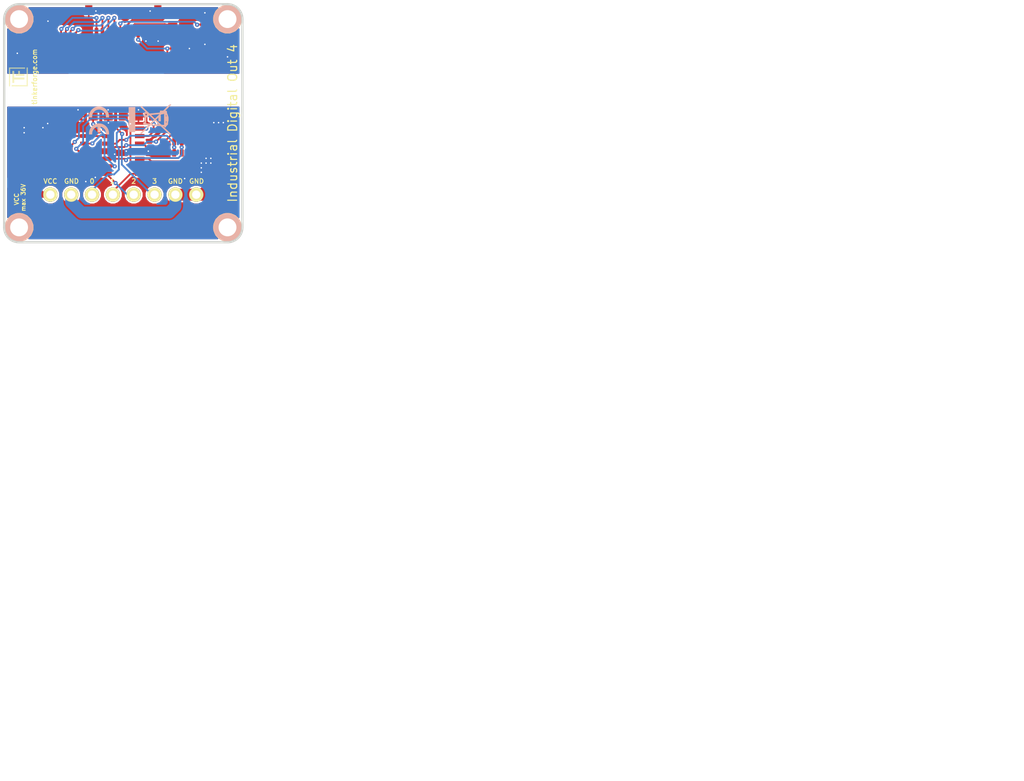
<source format=kicad_pcb>
(kicad_pcb (version 4) (host pcbnew 4.0.2+dfsg1-stable)
  (title_block (date "14 jan 2013"))
  (layers (0 Front signal) (31 Back signal hide) (34 B.Paste user) (35 F.Paste user) (36 B.SilkS user) (37 F.SilkS user) (38 B.Mask user) (39 F.Mask user) (44 Edge.Cuts user))
  (net 0 "")
  (net 1 3V3)
  (net 2 AGND)
  (net 3 GND)
  (net 4 OUTPUT1)
  (net 5 OUTPUT2)
  (net 6 OUTPUT3)
  (net 7 OUTPUT4)
  (net 8 VPP)
  (net 9 "Net-(D1-Pad2)")
  (net 10 "Net-(P1-Pad1)")
  (net 11 "Net-(P1-Pad4)")
  (net 12 "Net-(P1-Pad5)")
  (net 13 "Net-(P1-Pad6)")
  (net 14 "Net-(P2-Pad2)")
  (net 15 "Net-(P2-Pad3)")
  (net 16 "Net-(P2-Pad4)")
  (net 17 "Net-(P2-Pad5)")
  (net 18 "Net-(P2-Pad6)")
  (net 19 "Net-(RP1-Pad5)")
  (net 20 "Net-(RP1-Pad6)")
  (net 21 "Net-(RP1-Pad7)")
  (net 22 "Net-(RP1-Pad8)")
  (net 23 "Net-(RP2-Pad1)")
  (net 24 "Net-(RP2-Pad2)")
  (net 25 "Net-(RP2-Pad3)")
  (net 26 "Net-(RP2-Pad4)")
  (net 27 "Net-(RP3-Pad1)")
  (net 28 "Net-(RP3-Pad2)")
  (net 29 "Net-(RP3-Pad3)")
  (net 30 "Net-(RP3-Pad4)")
  (net 31 "Net-(U1-Pad7)")
  (module kicad-libraries:SOIC8 (layer Front) (at 128.80086 42.1005 90)
    (fp_text reference U1)
    (fp_text value M24C64)
    (pad 1 smd rect (at -1.90246 2.69748 270) (size 0.59944 1.5494) (layers Front F.Paste F.Mask) (net 3 GND))
    (pad 2 smd rect (at -0.63246 2.69748 270) (size 0.59944 1.5494) (layers Front F.Paste F.Mask) (net 3 GND))
    (pad 3 smd rect (at 0.63246 2.69748 270) (size 0.59944 1.5494) (layers Front F.Paste F.Mask) (net 13 "Net-(P1-Pad6)"))
    (pad 4 smd rect (at 1.90246 2.69748 270) (size 0.59944 1.5494) (layers Front F.Paste F.Mask) (net 3 GND))
    (pad 5 smd rect (at 1.90246 -2.69748 90) (size 0.59944 1.5494) (layers Front F.Paste F.Mask) (net 12 "Net-(P1-Pad5)"))
    (pad 6 smd rect (at 0.63246 -2.69748 90) (size 0.59944 1.5494) (layers Front F.Paste F.Mask) (net 11 "Net-(P1-Pad4)"))
    (pad 7 smd rect (at -0.63246 -2.69748 90) (size 0.59944 1.5494) (layers Front F.Paste F.Mask) (net 31 "Net-(U1-Pad7)"))
    (pad 8 smd rect (at -1.90246 -2.69748 90) (size 0.59944 1.5494) (layers Front F.Paste F.Mask) (net 1 3V3))
  )
  (module kicad-libraries:OQ_8P (layer Front) (at 117.80012 70.05066)
    (fp_text reference P2)
    (fp_text value "Digital Output")
    (pad 2 thru_hole circle (at -8.7503 0) (size 2.4003 2.4003) (drill 1.39954) (layers *.Cu *.Mask F.SilkS) (net 14 "Net-(P2-Pad2)"))
    (pad 3 thru_hole circle (at -5.25018 0) (size 2.4003 2.4003) (drill 1.39954) (layers *.Cu *.Mask F.SilkS) (net 15 "Net-(P2-Pad3)"))
    (pad 4 thru_hole circle (at -1.75006 0) (size 2.4003 2.4003) (drill 1.39954) (layers *.Cu *.Mask F.SilkS) (net 16 "Net-(P2-Pad4)"))
    (pad 1 thru_hole circle (at -12.25042 0) (size 2.4003 2.4003) (drill 1.39954) (layers *.Cu *.Mask F.SilkS) (net 8 VPP))
    (pad 5 thru_hole circle (at 1.75006 0) (size 2.4003 2.4003) (drill 1.39954) (layers *.Cu *.Mask F.SilkS) (net 17 "Net-(P2-Pad5)"))
    (pad 6 thru_hole circle (at 5.25018 0) (size 2.4003 2.4003) (drill 1.39954) (layers *.Cu *.Mask F.SilkS) (net 18 "Net-(P2-Pad6)"))
    (pad 7 thru_hole circle (at 8.7503 0) (size 2.4003 2.4003) (drill 1.39954) (layers *.Cu *.Mask F.SilkS) (net 14 "Net-(P2-Pad2)"))
    (pad 8 thru_hole circle (at 12.25042 0) (size 2.4003 2.4003) (drill 1.39954) (layers *.Cu *.Mask F.SilkS) (net 14 "Net-(P2-Pad2)"))
  )
  (module kicad-libraries:OPTO-SMD16 (layer Front) (at 114.00028 52.44846 180)
    (fp_text reference U2)
    (fp_text value LTV846S)
    (pad 1 smd rect (at -8.88746 4.49834) (size 1.4986 1.29794) (layers Front F.Paste F.Mask) (net 1 3V3))
    (pad 2 smd rect (at -6.34746 4.49834) (size 1.4986 1.29794) (layers Front F.Paste F.Mask) (net 22 "Net-(RP1-Pad8)"))
    (pad 3 smd rect (at -3.80746 4.49834) (size 1.4986 1.29794) (layers Front F.Paste F.Mask) (net 1 3V3))
    (pad 4 smd rect (at -1.26746 4.49834) (size 1.4986 1.29794) (layers Front F.Paste F.Mask) (net 21 "Net-(RP1-Pad7)"))
    (pad 5 smd rect (at 1.26746 4.49834) (size 1.4986 1.29794) (layers Front F.Paste F.Mask) (net 1 3V3))
    (pad 6 smd rect (at 3.80746 4.49834) (size 1.4986 1.29794) (layers Front F.Paste F.Mask) (net 20 "Net-(RP1-Pad6)"))
    (pad 7 smd rect (at 6.34746 4.49834) (size 1.4986 1.29794) (layers Front F.Paste F.Mask) (net 1 3V3))
    (pad 8 smd rect (at 8.88746 4.49834) (size 1.4986 1.29794) (layers Front F.Paste F.Mask) (net 19 "Net-(RP1-Pad5)"))
    (pad 9 smd rect (at 8.88746 -4.49834 180) (size 1.4986 1.29794) (layers Front F.Paste F.Mask) (net 2 AGND))
    (pad 10 smd rect (at 6.34746 -4.49834 180) (size 1.4986 1.29794) (layers Front F.Paste F.Mask) (net 26 "Net-(RP2-Pad4)"))
    (pad 11 smd rect (at 3.80746 -4.49834 180) (size 1.4986 1.29794) (layers Front F.Paste F.Mask) (net 2 AGND))
    (pad 12 smd rect (at 1.26746 -4.49834 180) (size 1.4986 1.29794) (layers Front F.Paste F.Mask) (net 25 "Net-(RP2-Pad3)"))
    (pad 13 smd rect (at -1.26746 -4.49834 180) (size 1.4986 1.29794) (layers Front F.Paste F.Mask) (net 2 AGND))
    (pad 14 smd rect (at -3.80746 -4.49834 180) (size 1.4986 1.29794) (layers Front F.Paste F.Mask) (net 24 "Net-(RP2-Pad2)"))
    (pad 15 smd rect (at -6.34746 -4.49834 180) (size 1.4986 1.29794) (layers Front F.Paste F.Mask) (net 2 AGND))
    (pad 16 smd rect (at -8.88746 -4.49834 180) (size 1.4986 1.29794) (layers Front F.Paste F.Mask) (net 23 "Net-(RP2-Pad1)"))
  )
  (module kicad-libraries:CON-SENSOR (layer Front) (at 117.80012 38.0492 180)
    (fp_text reference P1)
    (fp_text value CON-SENSOR)
    (pad 1 smd rect (at -4.50088 -4.7752 180) (size 0.59944 1.5494) (layers Front F.Paste F.Mask) (net 10 "Net-(P1-Pad1)"))
    (pad 2 smd rect (at -3.50012 -4.7752 180) (size 0.59944 1.5494) (layers Front F.Paste F.Mask) (net 3 GND))
    (pad 3 smd rect (at -2.49936 -4.7752 180) (size 0.59944 1.5494) (layers Front F.Paste F.Mask) (net 1 3V3))
    (pad 4 smd rect (at -1.50114 -4.7752 180) (size 0.59944 1.5494) (layers Front F.Paste F.Mask) (net 11 "Net-(P1-Pad4)"))
    (pad 5 smd rect (at -0.50038 -4.7752 180) (size 0.59944 1.5494) (layers Front F.Paste F.Mask) (net 12 "Net-(P1-Pad5)"))
    (pad 6 smd rect (at 0.50038 -4.7752 180) (size 0.59944 1.5494) (layers Front F.Paste F.Mask) (net 13 "Net-(P1-Pad6)"))
    (pad 7 smd rect (at 1.50114 -4.7752 180) (size 0.59944 1.5494) (layers Front F.Paste F.Mask) (net 4 OUTPUT1))
    (pad 8 smd rect (at 2.49936 -4.7752 180) (size 0.59944 1.5494) (layers Front F.Paste F.Mask) (net 5 OUTPUT2))
    (pad 9 smd rect (at 3.50012 -4.7752 180) (size 0.59944 1.5494) (layers Front F.Paste F.Mask) (net 6 OUTPUT3))
    (pad 10 smd rect (at 4.50088 -4.7752 180) (size 0.59944 1.5494) (layers Front F.Paste F.Mask) (net 7 OUTPUT4))
    (pad EP smd rect (at -5.79882 -0.89916 180) (size 1.19888 1.80086) (layers Front F.Paste F.Mask) (net 3 GND))
    (pad EP smd rect (at 5.79882 -0.89916 180) (size 1.19888 1.80086) (layers Front F.Paste F.Mask) (net 3 GND))
  )
  (module kicad-libraries:0603X4 (layer Front) (at 108.54944 44.15028)
    (fp_text reference RP1)
    (fp_text value 1k)
    (pad 1 smd rect (at 1.19888 -0.8509) (size 0.44958 0.89916) (layers Front F.Paste F.Mask) (net 4 OUTPUT1))
    (pad 2 smd rect (at 0.39878 -0.8509) (size 0.44958 0.89916) (layers Front F.Paste F.Mask) (net 5 OUTPUT2))
    (pad 3 smd rect (at -0.39878 -0.8509) (size 0.44958 0.89916) (layers Front F.Paste F.Mask) (net 6 OUTPUT3))
    (pad 4 smd rect (at -1.19888 -0.8509) (size 0.44958 0.89916) (layers Front F.Paste F.Mask) (net 7 OUTPUT4))
    (pad 5 smd rect (at -1.19888 0.8509) (size 0.44958 0.89916) (layers Front F.Paste F.Mask) (net 19 "Net-(RP1-Pad5)"))
    (pad 6 smd rect (at -0.39878 0.8509) (size 0.44958 0.89916) (layers Front F.Paste F.Mask) (net 20 "Net-(RP1-Pad6)"))
    (pad 7 smd rect (at 0.39878 0.8509) (size 0.44958 0.89916) (layers Front F.Paste F.Mask) (net 21 "Net-(RP1-Pad7)"))
    (pad 8 smd rect (at 1.19888 0.8509) (size 0.44958 0.89916) (layers Front F.Paste F.Mask) (net 22 "Net-(RP1-Pad8)"))
  )
  (module kicad-libraries:ELKO_83 (layer Front) (at 102.69982 62.29858 270)
    (fp_text reference C3)
    (fp_text value 68µF/50V)
    (pad 2 smd rect (at -3.50012 0 270) (size 4.0005 1.99898) (layers Front F.Paste F.Mask) (net 2 AGND))
    (pad 1 smd rect (at 3.50012 0 270) (size 4.0005 1.99898) (layers Front F.Paste F.Mask) (net 8 VPP))
  )
  (module kicad-libraries:SOT23GDS (layer Front) (at 133.4008 66.74866)
    (fp_text reference Q1)
    (fp_text value FDN5630)
    (pad S smd rect (at -0.889 -1.016) (size 0.9144 0.9144) (layers Front F.Paste F.Mask) (net 2 AGND))
    (pad G smd rect (at 0.889 -1.016) (size 0.9144 0.9144) (layers Front F.Paste F.Mask) (net 9 "Net-(D1-Pad2)"))
    (pad D smd rect (at 0 1.016) (size 0.9144 0.9144) (layers Front F.Paste F.Mask) (net 14 "Net-(P2-Pad2)"))
  )
  (module kicad-libraries:DRILL_NP (layer Front) (at 135.30072 40.5511)
    (fp_text reference U4 hide)
    (fp_text value DRILL hide)
    (pad "" np_thru_hole circle (at 0 0) (size 2.99974 2.99974) (drill 2.99974) (layers *.Cu *.Mask F.SilkS) (clearance 0.89916))
  )
  (module kicad-libraries:DRILL_NP (layer Front) (at 135.30072 75.54976)
    (fp_text reference U5 hide)
    (fp_text value DRILL hide)
    (pad "" np_thru_hole circle (at 0 0) (size 2.99974 2.99974) (drill 2.99974) (layers *.Cu *.Mask F.SilkS) (clearance 0.89916))
  )
  (module kicad-libraries:DRILL_NP (layer Front) (at 100.29952 75.54976)
    (fp_text reference U6 hide)
    (fp_text value DRILL hide)
    (pad "" np_thru_hole circle (at 0 0) (size 2.99974 2.99974) (drill 2.99974) (layers *.Cu *.Mask F.SilkS) (clearance 0.89916))
  )
  (module kicad-libraries:DRILL_NP (layer Front) (at 100.29952 40.54856)
    (fp_text reference U7 hide)
    (fp_text value DRILL hide)
    (pad "" np_thru_hole circle (at 0 0) (size 2.99974 2.99974) (drill 2.99974) (layers *.Cu *.Mask F.SilkS) (clearance 0.89916))
  )
  (module kicad-libraries:MiniMelf (layer Front) (at 133.79958 60.84824 90)
    (fp_text reference D1)
    (fp_text value Z12V)
    (pad 2 smd rect (at -1.69926 0 90) (size 1.19888 1.6002) (layers Front F.Paste F.Mask) (net 9 "Net-(D1-Pad2)"))
    (pad 1 smd rect (at 1.69926 0 90) (size 1.19888 1.6002) (layers Front F.Paste F.Mask) (net 2 AGND))
  )
  (module kicad-libraries:Fiducial_Mark (layer Front) (at 99.3013 68.04914)
    (fp_text reference Fiducial_Mark hide)
    (fp_text value VAL** hide)
    (pad 1 smd circle (at 0 0) (size 1.00076 1.00076) (layers Front F.Paste F.Mask) (clearance 0.65024))
  )
  (module kicad-libraries:Fiducial_Mark (layer Front) (at 133.79958 44.04868)
    (fp_text reference Fiducial_Mark hide)
    (fp_text value VAL** hide)
    (pad 1 smd circle (at 0 0) (size 1.00076 1.00076) (layers Front F.Paste F.Mask) (clearance 0.65024))
  )
  (module kicad-libraries:Logo_31x31 (layer Front) (at 98.60026 51.84902 90)
    (fp_text reference G*** hide)
    (fp_text value Logo_31x31 hide)
  )
  (module kicad-libraries:WEEE_7mm (layer Back) (at 122.275 57.425 90)
    (fp_text reference VAL hide)
    (fp_text value WEEE_7mm hide)
  )
  (module kicad-libraries:CE_5mm (layer Back) (at 113.725 57.625 270)
    (fp_text reference VAL hide)
    (fp_text value CE_5mm hide)
  )
  (module kicad-libraries:C0603 (layer Front) (at 126.90094 45.49902)
    (fp_text reference C1)
    (fp_text value 100nF)
    (pad 1 smd rect (at -0.8001 0) (size 0.8001 0.8001) (layers Front F.Paste F.Mask) (net 1 3V3))
    (pad 2 smd rect (at 0.8001 0) (size 0.8001 0.8001) (layers Front F.Paste F.Mask) (net 3 GND))
  )
  (module kicad-libraries:C0805 (layer Front) (at 113.05032 65.19926 270)
    (fp_text reference C2)
    (fp_text value 100nF)
    (pad 1 smd rect (at -1.00076 0 270) (size 1.00076 1.24968) (layers Front F.Paste F.Mask) (net 8 VPP) (clearance 0.14986))
    (pad 2 smd rect (at 1.00076 0 270) (size 1.00076 1.24968) (layers Front F.Paste F.Mask) (net 2 AGND) (clearance 0.14986))
  )
  (module kicad-libraries:R0603 (layer Front) (at 131.89966 61.74994 270)
    (fp_text reference R1)
    (fp_text value 100k)
    (pad 1 smd rect (at -0.8001 0 270) (size 0.8001 0.8001) (layers Front F.Paste F.Mask) (net 8 VPP))
    (pad 2 smd rect (at 0.8001 0 270) (size 0.8001 0.8001) (layers Front F.Paste F.Mask) (net 9 "Net-(D1-Pad2)"))
  )
  (module kicad-libraries:1206X4 (layer Front) (at 128.24968 64.64808)
    (fp_text reference RP4)
    (fp_text value 10k)
    (pad 1 smd rect (at -1.90246 1.59766 180) (size 0.6477 1.19888) (layers Front F.Paste F.Mask) (net 2 AGND))
    (pad 2 smd rect (at -0.63246 1.59766 180) (size 0.6477 1.19888) (layers Front F.Paste F.Mask) (net 2 AGND))
    (pad 3 smd rect (at 0.63246 1.59766 180) (size 0.6477 1.19888) (layers Front F.Paste F.Mask) (net 2 AGND))
    (pad 4 smd rect (at 1.90246 1.59766 180) (size 0.6477 1.19888) (layers Front F.Paste F.Mask) (net 2 AGND))
    (pad 5 smd rect (at 1.90246 -1.59766) (size 0.6477 1.19888) (layers Front F.Paste F.Mask) (net 30 "Net-(RP3-Pad4)"))
    (pad 6 smd rect (at 0.63246 -1.59766) (size 0.6477 1.19888) (layers Front F.Paste F.Mask) (net 29 "Net-(RP3-Pad3)"))
    (pad 7 smd rect (at -0.63246 -1.59766) (size 0.6477 1.19888) (layers Front F.Paste F.Mask) (net 28 "Net-(RP3-Pad2)"))
    (pad 8 smd rect (at -1.90246 -1.59766) (size 0.6477 1.19888) (layers Front F.Paste F.Mask) (net 27 "Net-(RP3-Pad1)"))
  )
  (module kicad-libraries:1206X4 (layer Front) (at 128.24968 59.5503)
    (fp_text reference RP3)
    (fp_text value 10k)
    (pad 1 smd rect (at -1.90246 1.59766 180) (size 0.6477 1.19888) (layers Front F.Paste F.Mask) (net 27 "Net-(RP3-Pad1)"))
    (pad 2 smd rect (at -0.63246 1.59766 180) (size 0.6477 1.19888) (layers Front F.Paste F.Mask) (net 28 "Net-(RP3-Pad2)"))
    (pad 3 smd rect (at 0.63246 1.59766 180) (size 0.6477 1.19888) (layers Front F.Paste F.Mask) (net 29 "Net-(RP3-Pad3)"))
    (pad 4 smd rect (at 1.90246 1.59766 180) (size 0.6477 1.19888) (layers Front F.Paste F.Mask) (net 30 "Net-(RP3-Pad4)"))
    (pad 5 smd rect (at 1.90246 -1.59766) (size 0.6477 1.19888) (layers Front F.Paste F.Mask) (net 8 VPP))
    (pad 6 smd rect (at 0.63246 -1.59766) (size 0.6477 1.19888) (layers Front F.Paste F.Mask) (net 8 VPP))
    (pad 7 smd rect (at -0.63246 -1.59766) (size 0.6477 1.19888) (layers Front F.Paste F.Mask) (net 8 VPP))
    (pad 8 smd rect (at -1.90246 -1.59766) (size 0.6477 1.19888) (layers Front F.Paste F.Mask) (net 8 VPP))
  )
  (module kicad-libraries:1206X4 (layer Front) (at 109.5502 62.09792 90)
    (fp_text reference RP2)
    (fp_text value 12k)
    (pad 1 smd rect (at -1.90246 1.59766 270) (size 0.6477 1.19888) (layers Front F.Paste F.Mask) (net 23 "Net-(RP2-Pad1)"))
    (pad 2 smd rect (at -0.63246 1.59766 270) (size 0.6477 1.19888) (layers Front F.Paste F.Mask) (net 24 "Net-(RP2-Pad2)"))
    (pad 3 smd rect (at 0.63246 1.59766 270) (size 0.6477 1.19888) (layers Front F.Paste F.Mask) (net 25 "Net-(RP2-Pad3)"))
    (pad 4 smd rect (at 1.90246 1.59766 270) (size 0.6477 1.19888) (layers Front F.Paste F.Mask) (net 26 "Net-(RP2-Pad4)"))
    (pad 5 smd rect (at 1.90246 -1.59766 90) (size 0.6477 1.19888) (layers Front F.Paste F.Mask) (net 8 VPP))
    (pad 6 smd rect (at 0.63246 -1.59766 90) (size 0.6477 1.19888) (layers Front F.Paste F.Mask) (net 8 VPP))
    (pad 7 smd rect (at -0.63246 -1.59766 90) (size 0.6477 1.19888) (layers Front F.Paste F.Mask) (net 8 VPP))
    (pad 8 smd rect (at -1.90246 -1.59766 90) (size 0.6477 1.19888) (layers Front F.Paste F.Mask) (net 8 VPP))
  )
  (module kicad-libraries:SOP14 (layer Front) (at 117.80012 62.74816 270)
    (fp_text reference U3)
    (fp_text value OPA4171AIDR)
    (pad 1 smd rect (at -3.80746 2.74828 90) (size 0.6985 1.59766) (layers Front F.Paste F.Mask) (net 18 "Net-(P2-Pad6)"))
    (pad 2 smd rect (at -2.53746 2.74828 90) (size 0.6985 1.59766) (layers Front F.Paste F.Mask) (net 26 "Net-(RP2-Pad4)"))
    (pad 3 smd rect (at -1.26746 2.74828 90) (size 0.6985 1.59766) (layers Front F.Paste F.Mask) (net 27 "Net-(RP3-Pad1)"))
    (pad 4 smd rect (at 0 2.74828 90) (size 0.6985 1.59766) (layers Front F.Paste F.Mask) (net 8 VPP))
    (pad 5 smd rect (at 1.26746 2.74828 90) (size 0.6985 1.59766) (layers Front F.Paste F.Mask) (net 28 "Net-(RP3-Pad2)"))
    (pad 6 smd rect (at 2.53746 2.74828 90) (size 0.6985 1.59766) (layers Front F.Paste F.Mask) (net 25 "Net-(RP2-Pad3)"))
    (pad 7 smd rect (at 3.80746 2.74828 90) (size 0.6985 1.59766) (layers Front F.Paste F.Mask) (net 17 "Net-(P2-Pad5)"))
    (pad 8 smd rect (at 3.80746 -2.74828 270) (size 0.6985 1.59766) (layers Front F.Paste F.Mask) (net 16 "Net-(P2-Pad4)"))
    (pad 9 smd rect (at 2.53746 -2.74828 270) (size 0.6985 1.59766) (layers Front F.Paste F.Mask) (net 24 "Net-(RP2-Pad2)"))
    (pad 10 smd rect (at 1.26746 -2.74828 270) (size 0.6985 1.59766) (layers Front F.Paste F.Mask) (net 29 "Net-(RP3-Pad3)"))
    (pad 11 smd rect (at 0 -2.74828 270) (size 0.6985 1.59766) (layers Front F.Paste F.Mask) (net 2 AGND))
    (pad 12 smd rect (at -1.26746 -2.74828 270) (size 0.6985 1.59766) (layers Front F.Paste F.Mask) (net 30 "Net-(RP3-Pad4)"))
    (pad 13 smd rect (at -2.53746 -2.74828 270) (size 0.6985 1.59766) (layers Front F.Paste F.Mask) (net 23 "Net-(RP2-Pad1)"))
    (pad 14 smd rect (at -3.80746 -2.74828 270) (size 0.6985 1.59766) (layers Front F.Paste F.Mask) (net 15 "Net-(P2-Pad3)"))
  )
  (gr_text "VCC \nmax 36V" (at 100.44938 70.5485 90) (layer F.SilkS) (effects (font (size 0.70104 0.70104) (thickness 0.14986))))
  (gr_text GND (at 130.10134 67.80022) (layer F.SilkS) (effects (font (size 0.8001 0.8001) (thickness 0.14986))))
  (gr_text GND (at 126.55042 67.80022) (layer F.SilkS) (effects (font (size 0.8001 0.8001) (thickness 0.14986))))
  (gr_text 3 (at 123.0503 67.80022) (layer F.SilkS) (effects (font (size 0.8001 0.8001) (thickness 0.14986))))
  (gr_text 2 (at 119.55018 67.80022) (layer F.SilkS) (effects (font (size 0.8001 0.8001) (thickness 0.14986))))
  (gr_text 1 (at 115.951 67.80022) (layer F.SilkS) (effects (font (size 0.8001 0.8001) (thickness 0.14986))))
  (gr_text 0 (at 112.54994 67.80022) (layer F.SilkS) (effects (font (size 0.8001 0.8001) (thickness 0.14986))))
  (gr_text GND (at 109.10062 67.80022) (layer F.SilkS) (effects (font (size 0.8001 0.8001) (thickness 0.14986))))
  (gr_text VCC (at 105.5497 67.80022) (layer F.SilkS) (effects (font (size 0.8001 0.8001) (thickness 0.14986))))
  (gr_text tinkerforge.com (at 102.90048 50.24882 90) (layer F.SilkS) (effects (font (size 0.8001 0.8001) (thickness 0.14986))))
  (gr_text "Industrial Digital Out 4" (at 136.14908 58.04916 90) (layer F.SilkS) (effects (font (size 1.50114 1.50114) (thickness 0.20066))))
  (gr_arc (start 100.29952 40.5511) (end 97.80016 40.5511) (angle 90) (layer Edge.Cuts) (width 0.381))
  (gr_arc (start 100.29952 75.54976) (end 100.29952 78.04912) (angle 90) (layer Edge.Cuts) (width 0.381))
  (gr_arc (start 135.29818 75.54976) (end 137.80008 75.54976) (angle 90) (layer Edge.Cuts) (width 0.381))
  (gr_arc (start 135.29818 40.5511) (end 135.29818 38.0492) (angle 90) (layer Edge.Cuts) (width 0.381))
  (gr_line (start 97.80016 40.5511) (end 97.80016 75.54976) (angle 90) (layer Edge.Cuts) (width 0.381))
  (gr_line (start 135.30072 38.0492) (end 100.29952 38.0492) (angle 90) (layer Edge.Cuts) (width 0.381))
  (gr_line (start 137.80262 75.54976) (end 137.80262 40.5511) (angle 90) (layer Edge.Cuts) (width 0.381))
  (gr_line (start 100.29952 78.04912) (end 135.30072 78.04912) (angle 90) (layer Edge.Cuts) (width 0.381))
  (segment (start 120.29948 44.00042) (end 121.79808 45.49902) (width 0.29972) (layer Back) (net 1))
  (segment (start 120.29948 43.07586) (end 120.29948 44.00042) (width 0.29972) (layer Front) (net 1))
  (segment (start 113.30178 49.29886) (end 112.6998 49.29886) (width 0.29972) (layer Front) (net 1))
  (segment (start 109.00156 49.29886) (end 107.65282 47.95012) (width 0.29972) (layer Front) (net 1))
  (segment (start 117.80774 48.7553) (end 118.3513 49.29886) (width 0.29972) (layer Front) (net 1))
  (segment (start 117.80774 47.95012) (end 117.80774 48.7553) (width 0.29972) (layer Front) (net 1))
  (segment (start 112.6998 49.29886) (end 109.00156 49.29886) (width 0.29972) (layer Front) (net 1))
  (segment (start 126.10338 45.49648) (end 126.10084 45.49902) (width 0.29972) (layer Front) (net 1))
  (segment (start 126.10338 44.00296) (end 126.10338 45.49648) (width 0.29972) (layer Front) (net 1))
  (segment (start 125.19914 45.49902) (end 126.10084 45.49902) (width 0.29972) (layer Front) (net 1))
  (segment (start 121.79808 45.49902) (end 125.19914 45.49902) (width 0.29972) (layer Back) (net 1))
  (segment (start 122.49912 49.29886) (end 118.3513 49.29886) (width 0.29972) (layer Front) (net 1))
  (via (at 125.19914 45.49902) (size 0.70104) (layers Front Back) (net 1))
  (segment (start 112.73282 48.7299) (end 113.30178 49.29886) (width 0.29972) (layer Front) (net 1))
  (segment (start 112.73282 47.95012) (end 112.73282 48.7299) (width 0.29972) (layer Front) (net 1))
  (segment (start 124.20092 49.29886) (end 125.19914 48.30064) (width 0.29972) (layer Front) (net 1))
  (segment (start 125.19914 48.30064) (end 125.19914 45.49902) (width 0.29972) (layer Front) (net 1))
  (segment (start 123.60148 49.29886) (end 124.20092 49.29886) (width 0.29972) (layer Front) (net 1))
  (segment (start 122.49912 49.29886) (end 123.60148 49.29886) (width 0.29972) (layer Front) (net 1))
  (segment (start 122.88774 48.58512) (end 123.60148 49.29886) (width 0.29972) (layer Front) (net 1))
  (segment (start 122.88774 47.95012) (end 122.88774 48.58512) (width 0.29972) (layer Front) (net 1))
  (segment (start 118.3513 49.29886) (end 113.30178 49.29886) (width 0.29972) (layer Front) (net 1))
  (via (at 120.29948 44.00042) (size 0.70104) (layers Front Back) (net 1))
  (segment (start 101.15042 59.64936) (end 101.15042 58.79846) (width 0.29972) (layer Front) (net 2))
  (segment (start 104.30002 58.79846) (end 104.99852 58.09996) (width 0.29972) (layer Back) (net 2))
  (segment (start 104.99852 58.09996) (end 105.10012 58.09996) (width 0.29972) (layer Back) (net 2))
  (segment (start 118.3005 62.74816) (end 122.00128 62.74816) (width 0.29972) (layer Back) (net 2))
  (via (at 116.34978 63.24854) (size 0.70104) (layers Front Back) (net 2))
  (segment (start 133.79958 62.6491) (end 132.4991 63.94958) (width 1.00076) (layer Back) (net 2))
  (segment (start 133.79958 57.9501) (end 133.79958 62.6491) (width 1.00076) (layer Back) (net 2))
  (segment (start 131.6482 55.79872) (end 133.79958 57.9501) (width 1.00076) (layer Back) (net 2))
  (segment (start 133.79958 57.9501) (end 133.79958 58.99912) (width 1.00076) (layer Front) (net 2))
  (via (at 132.99948 57.9501) (size 0.70104) (layers Front Back) (net 2))
  (segment (start 132.99948 57.9501) (end 133.79958 57.9501) (width 1.00076) (layer Front) (net 2))
  (via (at 115.24996 55.79872) (size 0.70104) (layers Front Back) (net 2))
  (segment (start 115.24996 55.79872) (end 115.26774 55.8165) (width 0.29972) (layer Front) (net 2))
  (segment (start 111.50092 67.84848) (end 106.90098 67.84848) (width 0.29972) (layer Back) (net 2))
  (segment (start 106.90098 67.84848) (end 104.30002 65.24752) (width 0.29972) (layer Back) (net 2))
  (segment (start 132.5118 64.76238) (end 132.4991 64.74968) (width 1.00076) (layer Front) (net 2))
  (via (at 130.8989 64.74968) (size 0.70104) (layers Front Back) (net 2))
  (via (at 131.699 63.94958) (size 0.70104) (layers Front Back) (net 2))
  (segment (start 131.699 64.74968) (end 131.699 63.94958) (width 1.00076) (layer Front) (net 2))
  (segment (start 131.699 63.94958) (end 132.4991 63.94958) (width 1.00076) (layer Front) (net 2))
  (via (at 131.699 64.74968) (size 0.70104) (layers Front Back) (net 2))
  (segment (start 130.8989 64.74968) (end 131.699 64.74968) (width 1.00076) (layer Front) (net 2))
  (segment (start 130.8989 65.9511) (end 130.60426 66.24574) (width 1.00076) (layer Front) (net 2))
  (segment (start 126.70028 67.3481) (end 126.34722 66.99504) (width 0.29972) (layer Front) (net 2))
  (segment (start 127.61722 67.33032) (end 127.59944 67.3481) (width 0.29972) (layer Front) (net 2))
  (segment (start 128.88214 66.24574) (end 128.88214 67.36842) (width 0.29972) (layer Front) (net 2))
  (segment (start 129.88036 67.36842) (end 130.15214 67.09664) (width 0.29972) (layer Front) (net 2))
  (segment (start 130.15214 67.09664) (end 130.15214 66.24574) (width 0.29972) (layer Front) (net 2))
  (segment (start 128.88214 67.36842) (end 129.88036 67.36842) (width 0.29972) (layer Front) (net 2))
  (via (at 128.09982 67.3481) (size 0.70104) (layers Front Back) (net 2))
  (via (at 130.8989 66.29908) (size 0.70104) (layers Front Back) (net 2))
  (segment (start 130.8989 66.29908) (end 130.8989 65.9511) (width 0.29972) (layer Front) (net 2))
  (via (at 130.8989 65.54978) (size 0.70104) (layers Front Back) (net 2))
  (segment (start 130.8989 65.54978) (end 130.8989 66.29908) (width 0.29972) (layer Back) (net 2))
  (segment (start 126.34722 66.99504) (end 126.34722 66.24574) (width 0.29972) (layer Front) (net 2))
  (segment (start 127.59944 67.3481) (end 126.70028 67.3481) (width 0.29972) (layer Front) (net 2))
  (segment (start 127.61722 67.33032) (end 127.59944 67.3481) (width 0.29972) (layer Front) (net 2))
  (segment (start 128.86182 67.3481) (end 128.09982 67.3481) (width 0.29972) (layer Front) (net 2))
  (segment (start 128.09982 67.3481) (end 127.59944 67.3481) (width 0.29972) (layer Front) (net 2))
  (segment (start 128.88214 67.36842) (end 128.86182 67.3481) (width 0.29972) (layer Front) (net 2))
  (segment (start 127.61722 66.24574) (end 127.61722 67.33032) (width 0.29972) (layer Front) (net 2))
  (via (at 133.79958 57.9501) (size 0.70104) (layers Front Back) (net 2))
  (segment (start 115.26774 55.8165) (end 115.26774 56.9468) (width 0.29972) (layer Front) (net 2))
  (segment (start 127.61722 66.24574) (end 128.88214 66.24574) (width 0.29972) (layer Front) (net 2))
  (segment (start 110.20044 55.79872) (end 115.24996 55.79872) (width 0.29972) (layer Back) (net 2))
  (via (at 104.30002 58.79846) (size 0.70104) (layers Front Back) (net 2))
  (segment (start 116.34978 63.24854) (end 115.80114 62.6999) (width 0.29972) (layer Back) (net 2))
  (segment (start 116.85016 62.74816) (end 116.34978 63.24854) (width 0.29972) (layer Front) (net 2))
  (via (at 111.50092 67.84848) (size 0.70104) (layers Front Back) (net 2))
  (segment (start 115.80114 58.49874) (end 115.30076 57.99836) (width 0.29972) (layer Back) (net 2))
  (via (at 132.4991 64.74968) (size 0.70104) (layers Front Back) (net 2))
  (via (at 132.4991 63.94958) (size 0.70104) (layers Front Back) (net 2))
  (segment (start 132.4991 63.94958) (end 132.4991 64.74968) (width 1.00076) (layer Front) (net 2))
  (segment (start 120.35028 55.79872) (end 115.24996 55.79872) (width 0.29972) (layer Back) (net 2))
  (via (at 101.15042 59.64936) (size 0.70104) (layers Front Back) (net 2))
  (segment (start 112.19942 67.14998) (end 111.50092 67.84848) (width 1.00076) (layer Front) (net 2))
  (via (at 105.10012 58.09996) (size 0.70104) (layers Front Back) (net 2))
  (segment (start 105.10012 58.09996) (end 105.11282 58.08726) (width 0.29972) (layer Front) (net 2))
  (segment (start 105.11282 58.08726) (end 105.11282 56.9468) (width 0.29972) (layer Front) (net 2))
  (via (at 110.20044 55.79872) (size 0.70104) (layers Front Back) (net 2))
  (segment (start 110.20044 55.79872) (end 107.8992 58.09996) (width 0.29972) (layer Back) (net 2))
  (via (at 115.30076 57.99836) (size 0.70104) (layers Front Back) (net 2))
  (segment (start 101.15042 58.79846) (end 102.69982 58.79846) (width 0.29972) (layer Front) (net 2))
  (segment (start 118.3005 62.74816) (end 116.85016 62.74816) (width 0.29972) (layer Front) (net 2))
  (segment (start 115.26774 57.96534) (end 115.26774 56.9468) (width 0.29972) (layer Front) (net 2))
  (via (at 120.35028 55.79872) (size 0.70104) (layers Front Back) (net 2))
  (segment (start 110.19282 55.80634) (end 110.20044 55.79872) (width 0.29972) (layer Front) (net 2))
  (via (at 122.00128 62.74816) (size 0.70104) (layers Front Back) (net 2))
  (segment (start 113.05032 66.20002) (end 113.05032 67.09918) (width 1.00076) (layer Front) (net 2))
  (segment (start 130.60426 66.24574) (end 130.15214 66.24574) (width 1.00076) (layer Front) (net 2))
  (segment (start 130.8989 65.54978) (end 130.8989 64.74968) (width 1.00076) (layer Front) (net 2))
  (segment (start 129.3495 66.24574) (end 130.15214 66.24574) (width 0.29972) (layer Front) (net 2))
  (segment (start 128.88214 66.24574) (end 129.3495 66.24574) (width 0.29972) (layer Front) (net 2))
  (segment (start 126.34722 66.24574) (end 127.61722 66.24574) (width 0.29972) (layer Front) (net 2))
  (segment (start 120.5484 62.74816) (end 122.00128 62.74816) (width 0.29972) (layer Front) (net 2))
  (segment (start 110.19282 56.9468) (end 110.19282 55.80634) (width 0.29972) (layer Front) (net 2))
  (segment (start 115.30076 57.99836) (end 115.26774 57.96534) (width 0.29972) (layer Front) (net 2))
  (via (at 113.10112 67.14998) (size 0.70104) (layers Front Back) (net 2))
  (segment (start 113.05032 67.09918) (end 113.10112 67.14998) (width 1.00076) (layer Front) (net 2))
  (segment (start 113.10112 67.14998) (end 112.19942 67.14998) (width 1.00076) (layer Front) (net 2))
  (segment (start 104.30002 65.24752) (end 104.30002 58.79846) (width 0.29972) (layer Back) (net 2))
  (via (at 134.59968 57.9501) (size 0.70104) (layers Front Back) (net 2))
  (segment (start 120.34774 55.80126) (end 120.35028 55.79872) (width 0.29972) (layer Front) (net 2))
  (segment (start 120.34774 56.9468) (end 120.34774 55.80126) (width 0.29972) (layer Front) (net 2))
  (segment (start 115.80114 62.6999) (end 115.80114 58.49874) (width 0.29972) (layer Back) (net 2))
  (segment (start 107.8992 58.09996) (end 105.10012 58.09996) (width 0.29972) (layer Back) (net 2))
  (via (at 101.15042 58.79846) (size 0.70104) (layers Front Back) (net 2))
  (segment (start 120.35028 55.79872) (end 131.6482 55.79872) (width 1.00076) (layer Back) (net 2))
  (via (at 118.3005 62.74816) (size 0.70104) (layers Front Back) (net 2))
  (segment (start 132.5118 65.73266) (end 132.5118 64.76238) (width 1.00076) (layer Front) (net 2))
  (segment (start 133.79958 57.9501) (end 134.59968 57.9501) (width 1.00076) (layer Front) (net 2))
  (segment (start 102.69982 58.79846) (end 104.30002 58.79846) (width 0.29972) (layer Front) (net 2))
  (segment (start 131.49834 39.50208) (end 131.49834 40.19804) (width 0.29972) (layer Front) (net 3))
  (segment (start 121.30024 43.94962) (end 121.59996 44.24934) (width 0.29972) (layer Front) (net 3))
  (segment (start 123.59894 39.19982) (end 122.301 39.19982) (width 0.29972) (layer Front) (net 3))
  (segment (start 132.6007 42.40022) (end 132.26796 42.73296) (width 0.29972) (layer Front) (net 3))
  (segment (start 123.64974 44.24934) (end 125.24994 44.24934) (width 0.29972) (layer Back) (net 3))
  (segment (start 132.26796 42.73296) (end 131.49834 42.73296) (width 0.29972) (layer Front) (net 3))
  (segment (start 131.49834 40.19804) (end 131.89966 40.19804) (width 0.29972) (layer Front) (net 3))
  (segment (start 113.20018 39.19982) (end 122.301 39.19982) (width 0.29972) (layer Back) (net 3))
  (via (at 135.30072 46.89856) (size 0.70104) (layers Front Back) (net 3))
  (segment (start 131.50088 44.94784) (end 131.50088 44.80052) (width 0.14986) (layer Front) (net 3))
  (segment (start 128.89992 45.49902) (end 130.80238 45.49902) (width 0.29972) (layer Back) (net 3))
  (via (at 123.64974 44.24934) (size 0.70104) (layers Front Back) (net 3))
  (segment (start 107.10164 38.94836) (end 105.15092 40.89908) (width 0.29972) (layer Front) (net 3))
  (via (at 131.50088 44.80052) (size 0.70104) (layers Front Back) (net 3))
  (segment (start 128.89992 45.49902) (end 127.70104 45.49902) (width 0.29972) (layer Front) (net 3))
  (segment (start 122.301 39.19982) (end 122.60072 39.49954) (width 0.29972) (layer Back) (net 3))
  (via (at 128.89992 45.49902) (size 0.70104) (layers Front Back) (net 3))
  (segment (start 122.60072 39.49954) (end 131.50088 39.49954) (width 0.29972) (layer Back) (net 3))
  (segment (start 133.4516 46.89856) (end 131.50088 44.94784) (width 0.14986) (layer Front) (net 3))
  (segment (start 121.30024 42.8244) (end 121.30024 43.94962) (width 0.29972) (layer Front) (net 3))
  (segment (start 132.6007 40.89908) (end 132.6007 42.40022) (width 0.29972) (layer Front) (net 3))
  (segment (start 112.0013 39.19982) (end 113.20018 39.19982) (width 0.29972) (layer Front) (net 3))
  (via (at 113.20018 39.19982) (size 0.70104) (layers Front Back) (net 3))
  (segment (start 131.50088 39.49954) (end 131.49834 39.50208) (width 0.29972) (layer Front) (net 3))
  (segment (start 131.50088 44.80052) (end 131.49834 44.79798) (width 0.29972) (layer Front) (net 3))
  (segment (start 131.49834 44.79798) (end 131.49834 44.00296) (width 0.29972) (layer Front) (net 3))
  (via (at 99.9998 46.29912) (size 0.70104) (layers Front Back) (net 3))
  (segment (start 105.15092 41.148) (end 99.9998 46.29912) (width 0.29972) (layer Front) (net 3))
  (segment (start 105.15092 40.89908) (end 105.15092 41.148) (width 0.29972) (layer Front) (net 3))
  (segment (start 135.30072 46.89856) (end 133.4516 46.89856) (width 0.14986) (layer Front) (net 3))
  (segment (start 130.80238 45.49902) (end 131.50088 44.80052) (width 0.29972) (layer Back) (net 3))
  (via (at 121.59996 44.24934) (size 0.70104) (layers Front Back) (net 3))
  (via (at 122.301 39.19982) (size 0.70104) (layers Front Back) (net 3))
  (segment (start 126.49962 45.49902) (end 128.89992 45.49902) (width 0.29972) (layer Back) (net 3))
  (segment (start 121.59996 44.24934) (end 123.64974 44.24934) (width 0.29972) (layer Back) (net 3))
  (segment (start 125.24994 44.24934) (end 126.49962 45.49902) (width 0.29972) (layer Back) (net 3))
  (segment (start 131.49834 44.00296) (end 131.49834 42.73296) (width 0.29972) (layer Front) (net 3))
  (segment (start 112.0013 38.94836) (end 107.10164 38.94836) (width 0.29972) (layer Front) (net 3))
  (via (at 105.15092 40.89908) (size 0.70104) (layers Front Back) (net 3))
  (via (at 131.50088 39.49954) (size 0.70104) (layers Front Back) (net 3))
  (segment (start 131.89966 40.19804) (end 132.6007 40.89908) (width 0.29972) (layer Front) (net 3))
  (segment (start 110.25124 42.40022) (end 109.74832 42.90314) (width 0.29972) (layer Front) (net 4))
  (segment (start 110.3503 42.49928) (end 110.25124 42.40022) (width 0.29972) (layer Back) (net 4))
  (via (at 110.25124 42.40022) (size 0.70104) (layers Front Back) (net 4))
  (segment (start 114.1476 42.49928) (end 110.3503 42.49928) (width 0.29972) (layer Back) (net 4))
  (segment (start 116.29898 42.8244) (end 116.29898 40.3479) (width 0.29972) (layer Front) (net 4))
  (via (at 116.29898 40.3479) (size 0.70104) (layers Front Back) (net 4))
  (segment (start 116.29898 40.3479) (end 114.1476 42.49928) (width 0.29972) (layer Back) (net 4))
  (segment (start 109.74832 42.90314) (end 109.74832 43.29938) (width 0.29972) (layer Front) (net 4))
  (via (at 115.30076 40.3479) (size 0.70104) (layers Front Back) (net 5))
  (segment (start 115.30076 40.3479) (end 114.00028 41.64838) (width 0.29972) (layer Back) (net 5))
  (segment (start 109.85246 41.64838) (end 109.30128 42.19956) (width 0.29972) (layer Back) (net 5))
  (via (at 109.30128 42.19956) (size 0.70104) (layers Front Back) (net 5))
  (segment (start 109.30128 42.19956) (end 108.94822 42.55262) (width 0.29972) (layer Front) (net 5))
  (segment (start 108.94822 42.55262) (end 108.94822 43.29938) (width 0.29972) (layer Front) (net 5))
  (segment (start 115.30076 42.8244) (end 115.30076 40.3479) (width 0.29972) (layer Front) (net 5))
  (segment (start 114.00028 41.64838) (end 109.85246 41.64838) (width 0.29972) (layer Back) (net 5))
  (segment (start 108.15066 42.40022) (end 108.15066 43.29938) (width 0.29972) (layer Front) (net 6))
  (segment (start 114.3 40.3479) (end 113.59896 41.04894) (width 0.29972) (layer Back) (net 6))
  (segment (start 113.59896 41.04894) (end 109.50194 41.04894) (width 0.29972) (layer Back) (net 6))
  (segment (start 109.50194 41.04894) (end 108.35132 42.19956) (width 0.29972) (layer Back) (net 6))
  (via (at 108.35132 42.19956) (size 0.70104) (layers Front Back) (net 6))
  (segment (start 114.3 42.8244) (end 114.3 40.3479) (width 0.29972) (layer Front) (net 6))
  (segment (start 108.35132 42.19956) (end 108.15066 42.40022) (width 0.29972) (layer Front) (net 6))
  (via (at 114.3 40.3479) (size 0.70104) (layers Front Back) (net 6))
  (segment (start 109.25302 40.3479) (end 113.29924 40.3479) (width 0.29972) (layer Back) (net 7))
  (segment (start 107.35056 43.29938) (end 107.35056 42.25036) (width 0.29972) (layer Front) (net 7))
  (segment (start 113.29924 40.3479) (end 113.29924 42.8244) (width 0.29972) (layer Front) (net 7))
  (via (at 113.29924 40.3479) (size 0.70104) (layers Front Back) (net 7))
  (segment (start 107.35056 42.25036) (end 107.40136 42.19956) (width 0.29972) (layer Front) (net 7))
  (via (at 107.40136 42.19956) (size 0.70104) (layers Front Back) (net 7))
  (segment (start 107.40136 42.19956) (end 109.25302 40.3479) (width 0.29972) (layer Back) (net 7))
  (segment (start 116.39804 62.04966) (end 117.99824 62.04966) (width 0.29972) (layer Front) (net 8))
  (segment (start 123.29922 61.14796) (end 124.80036 59.64682) (width 0.29972) (layer Front) (net 8))
  (via (at 123.29922 61.14796) (size 0.70104) (layers Front Back) (net 8))
  (segment (start 121.80316 61.14796) (end 123.29922 61.14796) (width 0.29972) (layer Back) (net 8))
  (segment (start 121.20118 61.74994) (end 121.80316 61.14796) (width 0.29972) (layer Back) (net 8))
  (segment (start 118.3005 61.74994) (end 121.20118 61.74994) (width 0.29972) (layer Back) (net 8))
  (via (at 118.3005 61.74994) (size 0.70104) (layers Front Back) (net 8))
  (segment (start 118.29796 61.74994) (end 118.3005 61.74994) (width 0.29972) (layer Front) (net 8))
  (segment (start 115.05184 62.74816) (end 113.90122 62.74816) (width 1.00076) (layer Front) (net 8))
  (segment (start 107.95254 60.19546) (end 107.95254 61.46546) (width 0.50038) (layer Front) (net 8))
  (segment (start 104.20096 70.05066) (end 102.69982 68.54952) (width 1.00076) (layer Front) (net 8))
  (segment (start 102.69982 68.54952) (end 102.69982 65.7987) (width 1.00076) (layer Front) (net 8))
  (segment (start 108.60024 65.14846) (end 107.95 65.7987) (width 1.00076) (layer Front) (net 8))
  (segment (start 107.95 65.7987) (end 102.69982 65.7987) (width 1.00076) (layer Front) (net 8))
  (segment (start 113.00206 64.1985) (end 112.0521 65.14846) (width 1.00076) (layer Front) (net 8))
  (segment (start 112.0521 65.14846) (end 108.60024 65.14846) (width 1.00076) (layer Front) (net 8))
  (segment (start 113.05032 64.1985) (end 113.00206 64.1985) (width 1.00076) (layer Front) (net 8))
  (segment (start 128.88214 57.95264) (end 127.61722 57.95264) (width 0.29972) (layer Front) (net 8))
  (segment (start 127.61722 57.95264) (end 127.40386 57.95264) (width 0.29972) (layer Front) (net 8))
  (segment (start 130.15214 57.95264) (end 129.69494 57.95264) (width 0.29972) (layer Front) (net 8))
  (segment (start 129.69494 57.95264) (end 128.88214 57.95264) (width 0.29972) (layer Front) (net 8))
  (segment (start 130.90398 57.95264) (end 130.15214 57.95264) (width 0.29972) (layer Front) (net 8))
  (segment (start 131.89966 58.94832) (end 130.90398 57.95264) (width 0.29972) (layer Front) (net 8))
  (segment (start 126.5555 57.95264) (end 126.34722 57.95264) (width 0.29972) (layer Front) (net 8))
  (segment (start 127.40386 57.95264) (end 126.5555 57.95264) (width 0.29972) (layer Front) (net 8))
  (segment (start 125.79858 57.95264) (end 126.34722 57.95264) (width 0.29972) (layer Front) (net 8))
  (segment (start 124.80036 58.95086) (end 125.79858 57.95264) (width 0.29972) (layer Front) (net 8))
  (segment (start 124.80036 59.64682) (end 124.80036 58.95086) (width 0.29972) (layer Front) (net 8))
  (segment (start 107.95254 61.46546) (end 107.95254 62.73038) (width 0.50038) (layer Front) (net 8))
  (segment (start 107.95254 62.73038) (end 107.95254 64.00038) (width 0.50038) (layer Front) (net 8))
  (segment (start 107.95254 64.00038) (end 107.95254 64.50076) (width 0.50038) (layer Front) (net 8))
  (segment (start 107.95254 64.50076) (end 108.60024 65.14846) (width 0.50038) (layer Front) (net 8))
  (segment (start 105.5497 70.05066) (end 104.20096 70.05066) (width 1.00076) (layer Front) (net 8))
  (segment (start 113.05032 63.59906) (end 113.05032 64.1985) (width 1.00076) (layer Front) (net 8))
  (segment (start 113.90122 62.74816) (end 113.05032 63.59906) (width 1.00076) (layer Front) (net 8))
  (segment (start 115.69954 62.74816) (end 116.39804 62.04966) (width 0.29972) (layer Front) (net 8))
  (segment (start 131.89966 60.94984) (end 131.89966 58.94832) (width 0.29972) (layer Front) (net 8))
  (segment (start 117.99824 62.04966) (end 118.29796 61.74994) (width 0.29972) (layer Front) (net 8))
  (segment (start 115.05184 62.74816) (end 115.69954 62.74816) (width 0.29972) (layer Front) (net 8))
  (segment (start 133.79958 62.69736) (end 132.04698 62.69736) (width 0.29972) (layer Front) (net 9))
  (segment (start 132.04698 62.69736) (end 131.89966 62.55004) (width 0.29972) (layer Front) (net 9))
  (segment (start 134.2898 65.73266) (end 134.2898 63.18758) (width 0.29972) (layer Front) (net 9))
  (segment (start 134.2898 63.18758) (end 133.79958 62.69736) (width 0.29972) (layer Front) (net 9))
  (segment (start 124.79782 41.39946) (end 124.8664 41.46804) (width 0.29972) (layer Front) (net 11))
  (segment (start 124.8664 41.46804) (end 126.10338 41.46804) (width 0.29972) (layer Front) (net 11))
  (segment (start 119.30126 41.79824) (end 119.70004 41.39946) (width 0.29972) (layer Front) (net 11))
  (segment (start 119.30126 43.07586) (end 119.30126 41.79824) (width 0.29972) (layer Front) (net 11))
  (segment (start 119.70004 41.39946) (end 124.79782 41.39946) (width 0.29972) (layer Front) (net 11))
  (segment (start 119.29872 40.70096) (end 118.3005 41.69918) (width 0.29972) (layer Front) (net 12))
  (segment (start 118.3005 41.69918) (end 118.3005 43.07586) (width 0.29972) (layer Front) (net 12))
  (segment (start 126.10338 40.19804) (end 124.90196 40.19804) (width 0.29972) (layer Front) (net 12))
  (segment (start 124.90196 40.19804) (end 124.39904 40.70096) (width 0.29972) (layer Front) (net 12))
  (segment (start 124.39904 40.70096) (end 119.29872 40.70096) (width 0.29972) (layer Front) (net 12))
  (via (at 130.2004 41.50106) (size 0.70104) (layers Front Back) (net 13))
  (segment (start 117.59946 41.00068) (end 129.70002 41.00068) (width 0.29972) (layer Back) (net 13))
  (segment (start 117.29974 43.07586) (end 117.29974 41.3004) (width 0.29972) (layer Front) (net 13))
  (via (at 117.29974 41.3004) (size 0.70104) (layers Front Back) (net 13))
  (segment (start 129.70002 41.00068) (end 130.2004 41.50106) (width 0.29972) (layer Back) (net 13))
  (segment (start 117.29974 41.3004) (end 117.59946 41.00068) (width 0.29972) (layer Back) (net 13))
  (segment (start 130.23342 41.46804) (end 131.49834 41.46804) (width 0.29972) (layer Front) (net 13))
  (segment (start 130.2004 41.50106) (end 130.23342 41.46804) (width 0.29972) (layer Front) (net 13))
  (segment (start 130.05054 70.05066) (end 131.1148 70.05066) (width 1.99898) (layer Front) (net 14))
  (segment (start 126.55042 70.05066) (end 130.05054 70.05066) (width 1.99898) (layer Front) (net 14))
  (segment (start 131.1148 70.05066) (end 133.4008 67.76466) (width 1.99898) (layer Front) (net 14))
  (segment (start 109.04982 70.05066) (end 109.04982 71.2978) (width 1.99898) (layer Back) (net 14))
  (segment (start 109.04982 71.2978) (end 110.79988 73.04786) (width 1.99898) (layer Back) (net 14))
  (segment (start 126.55042 71.99884) (end 126.55042 70.05066) (width 1.99898) (layer Back) (net 14))
  (segment (start 125.5014 73.04786) (end 126.55042 71.99884) (width 1.99898) (layer Back) (net 14))
  (segment (start 110.79988 73.04786) (end 125.5014 73.04786) (width 1.99898) (layer Back) (net 14))
  (segment (start 112.54994 70.05066) (end 112.54994 69.34708) (width 0.29972) (layer Back) (net 15))
  (segment (start 121.65076 58.94832) (end 121.64314 58.9407) (width 0.29972) (layer Front) (net 15))
  (segment (start 112.54994 69.34708) (end 115.24742 66.6496) (width 0.29972) (layer Back) (net 15))
  (segment (start 121.64314 58.9407) (end 120.5484 58.9407) (width 0.29972) (layer Front) (net 15))
  (segment (start 116.7003 59.69762) (end 117.4496 58.94832) (width 0.29972) (layer Back) (net 15))
  (segment (start 117.4496 58.94832) (end 121.65076 58.94832) (width 0.29972) (layer Back) (net 15))
  (segment (start 115.24742 66.6496) (end 116.24818 66.6496) (width 0.29972) (layer Back) (net 15))
  (segment (start 116.24818 66.6496) (end 117.05082 65.84696) (width 0.29972) (layer Back) (net 15))
  (segment (start 117.05082 65.84696) (end 117.05082 62.25032) (width 0.29972) (layer Back) (net 15))
  (via (at 121.65076 58.94832) (size 0.70104) (layers Front Back) (net 15))
  (segment (start 116.7003 61.8998) (end 116.7003 59.69762) (width 0.29972) (layer Back) (net 15))
  (segment (start 117.05082 62.25032) (end 116.7003 61.8998) (width 0.29972) (layer Back) (net 15))
  (segment (start 116.05006 69.49948) (end 116.05006 70.05066) (width 0.29972) (layer Front) (net 16))
  (segment (start 120.5484 66.55562) (end 118.99392 66.55562) (width 0.29972) (layer Front) (net 16))
  (segment (start 118.99392 66.55562) (end 116.05006 69.49948) (width 0.29972) (layer Front) (net 16))
  (segment (start 115.05184 66.65214) (end 115.05184 66.55562) (width 0.29972) (layer Front) (net 17))
  (segment (start 119.55018 70.05066) (end 118.45036 70.05066) (width 0.29972) (layer Back) (net 17))
  (segment (start 118.45036 70.05066) (end 116.49964 68.09994) (width 0.29972) (layer Back) (net 17))
  (via (at 116.49964 68.09994) (size 0.70104) (layers Front Back) (net 17))
  (segment (start 116.49964 68.09994) (end 115.05184 66.65214) (width 0.29972) (layer Front) (net 17))
  (segment (start 123.0503 70.05066) (end 122.60072 70.05066) (width 0.29972) (layer Back) (net 18))
  (segment (start 122.60072 70.05066) (end 117.5512 65.00114) (width 0.29972) (layer Back) (net 18))
  (segment (start 117.5512 65.00114) (end 117.5512 61.45022) (width 0.29972) (layer Back) (net 18))
  (segment (start 116.69014 58.9407) (end 115.05184 58.9407) (width 0.29972) (layer Front) (net 18))
  (segment (start 117.5512 61.0997) (end 117.5512 59.89828) (width 0.29972) (layer Back) (net 18))
  (segment (start 117.59946 59.85002) (end 116.69014 58.9407) (width 0.29972) (layer Front) (net 18))
  (segment (start 117.5512 61.45022) (end 117.5512 61.0997) (width 0.29972) (layer Back) (net 18))
  (via (at 117.59946 59.85002) (size 0.70104) (layers Front Back) (net 18))
  (segment (start 117.5512 59.89828) (end 117.59946 59.85002) (width 0.29972) (layer Back) (net 18))
  (segment (start 107.35056 45.00118) (end 107.35056 45.71238) (width 0.29972) (layer Front) (net 19))
  (segment (start 107.35056 45.71238) (end 105.11282 47.95012) (width 0.29972) (layer Front) (net 19))
  (segment (start 108.15066 46.29912) (end 108.15066 45.00118) (width 0.29972) (layer Front) (net 20))
  (segment (start 109.80166 47.95012) (end 108.15066 46.29912) (width 0.29972) (layer Front) (net 20))
  (segment (start 110.19282 47.95012) (end 109.80166 47.95012) (width 0.29972) (layer Front) (net 20))
  (segment (start 108.94822 45.00118) (end 108.94822 45.847) (width 0.29972) (layer Front) (net 21))
  (segment (start 113.66754 46.34992) (end 115.26774 47.95012) (width 0.29972) (layer Front) (net 21))
  (segment (start 109.45114 46.34992) (end 113.66754 46.34992) (width 0.29972) (layer Front) (net 21))
  (segment (start 108.94822 45.847) (end 109.45114 46.34992) (width 0.29972) (layer Front) (net 21))
  (segment (start 117.3988 45.00118) (end 120.34774 47.95012) (width 0.29972) (layer Front) (net 22))
  (segment (start 109.74832 45.00118) (end 117.3988 45.00118) (width 0.29972) (layer Front) (net 22))
  (segment (start 109.15142 63.20028) (end 109.15142 61.6966) (width 0.29972) (layer Front) (net 23))
  (segment (start 122.88774 58.19902) (end 122.90044 58.19902) (width 0.29972) (layer Front) (net 23))
  (segment (start 114.59972 56.74868) (end 122.00128 56.74868) (width 0.29972) (layer Back) (net 23))
  (segment (start 111.80064 56.74868) (end 110.3503 58.19902) (width 0.29972) (layer Back) (net 23))
  (segment (start 120.5484 60.2107) (end 122.08764 60.2107) (width 0.29972) (layer Front) (net 23))
  (segment (start 109.95152 64.00038) (end 109.15142 63.20028) (width 0.29972) (layer Front) (net 23))
  (segment (start 122.90044 58.19902) (end 122.88774 58.19902) (width 0.29972) (layer Front) (net 23))
  (segment (start 111.14786 64.00038) (end 109.95152 64.00038) (width 0.29972) (layer Front) (net 23))
  (via (at 109.64926 61.19876) (size 0.70104) (layers Front Back) (net 23))
  (segment (start 109.64926 61.19876) (end 110.3503 60.49772) (width 0.29972) (layer Back) (net 23))
  (segment (start 122.90044 58.19902) (end 122.88774 58.19902) (width 0.29972) (layer Front) (net 23))
  (segment (start 114.59972 56.74868) (end 111.80064 56.74868) (width 0.29972) (layer Back) (net 23))
  (segment (start 122.08764 60.2107) (end 122.88774 59.4106) (width 0.29972) (layer Front) (net 23))
  (segment (start 122.88774 58.19902) (end 122.88774 56.9468) (width 0.29972) (layer Front) (net 23))
  (segment (start 122.88774 59.4106) (end 122.88774 58.19902) (width 0.29972) (layer Front) (net 23))
  (segment (start 110.3503 60.49772) (end 110.3503 58.19902) (width 0.29972) (layer Back) (net 23))
  (via (at 122.90044 58.19902) (size 0.70104) (layers Front Back) (net 23))
  (segment (start 122.90044 57.64784) (end 122.90044 58.19902) (width 0.29972) (layer Back) (net 23))
  (segment (start 122.00128 56.74868) (end 122.90044 57.64784) (width 0.29972) (layer Back) (net 23))
  (segment (start 109.15142 61.6966) (end 109.64926 61.19876) (width 0.29972) (layer Front) (net 23))
  (segment (start 118.999 58.14822) (end 118.999 58.13806) (width 0.29972) (layer Front) (net 24))
  (segment (start 111.14786 62.73038) (end 110.28172 62.73038) (width 0.29972) (layer Front) (net 24))
  (segment (start 118.999 64.54902) (end 118.999 58.13806) (width 0.29972) (layer Front) (net 24))
  (segment (start 119.7356 65.28562) (end 118.999 64.54902) (width 0.29972) (layer Front) (net 24))
  (segment (start 120.5484 65.28562) (end 119.7356 65.28562) (width 0.29972) (layer Front) (net 24))
  (segment (start 118.999 58.13806) (end 117.80774 56.9468) (width 0.29972) (layer Front) (net 24))
  (segment (start 109.90072 62.34938) (end 111.05134 61.19876) (width 0.29972) (layer Back) (net 24))
  (via (at 109.90072 62.34938) (size 0.70104) (layers Front Back) (net 24))
  (segment (start 110.28172 62.73038) (end 109.90072 62.34938) (width 0.29972) (layer Front) (net 24))
  (segment (start 111.05134 58.54954) (end 112.35182 57.24906) (width 0.29972) (layer Back) (net 24))
  (segment (start 112.35182 57.24906) (end 118.09984 57.24906) (width 0.29972) (layer Back) (net 24))
  (segment (start 118.09984 57.24906) (end 118.999 58.14822) (width 0.29972) (layer Back) (net 24))
  (via (at 118.999 58.14822) (size 0.70104) (layers Front Back) (net 24))
  (segment (start 111.05134 61.19876) (end 111.05134 58.54954) (width 0.29972) (layer Back) (net 24))
  (segment (start 114.59972 60.04814) (end 114.65052 60.09894) (width 0.29972) (layer Back) (net 25))
  (segment (start 114.00282 60.04814) (end 114.59972 60.04814) (width 0.29972) (layer Back) (net 25))
  (segment (start 112.73282 58.18124) (end 112.73282 56.9468) (width 0.29972) (layer Front) (net 25))
  (segment (start 115.05184 65.28562) (end 116.33708 65.28562) (width 0.29972) (layer Front) (net 25))
  (segment (start 114.65052 60.09894) (end 112.7506 58.19902) (width 0.29972) (layer Back) (net 25))
  (via (at 112.7506 58.19902) (size 0.70104) (layers Front Back) (net 25))
  (segment (start 112.7506 58.19902) (end 112.73282 58.18124) (width 0.29972) (layer Front) (net 25))
  (segment (start 112.5855 61.46546) (end 112.60074 61.45022) (width 0.29972) (layer Front) (net 25))
  (segment (start 116.33708 65.28562) (end 116.34978 65.29832) (width 0.29972) (layer Front) (net 25))
  (via (at 116.34978 65.29832) (size 0.70104) (layers Front Back) (net 25))
  (segment (start 116.34978 65.29832) (end 114.65052 63.59906) (width 0.29972) (layer Back) (net 25))
  (segment (start 114.65052 63.59906) (end 114.65052 60.09894) (width 0.29972) (layer Back) (net 25))
  (segment (start 111.14786 61.46546) (end 112.5855 61.46546) (width 0.29972) (layer Front) (net 25))
  (segment (start 112.60074 61.45022) (end 114.00282 60.04814) (width 0.29972) (layer Back) (net 25))
  (via (at 112.60074 61.45022) (size 0.70104) (layers Front Back) (net 25))
  (segment (start 107.65282 58.15076) (end 107.65282 56.9468) (width 0.29972) (layer Front) (net 26))
  (segment (start 109.69752 60.19546) (end 107.65282 58.15076) (width 0.29972) (layer Front) (net 26))
  (segment (start 115.05184 60.2107) (end 111.1631 60.2107) (width 0.29972) (layer Front) (net 26))
  (segment (start 111.1631 60.2107) (end 111.14786 60.19546) (width 0.29972) (layer Front) (net 26))
  (segment (start 111.14786 60.19546) (end 109.69752 60.19546) (width 0.29972) (layer Front) (net 26))
  (segment (start 126.34976 62.09792) (end 126.34976 63.04788) (width 0.29972) (layer Front) (net 27))
  (segment (start 126.34976 63.04788) (end 126.34722 63.05042) (width 0.29972) (layer Front) (net 27))
  (segment (start 126.34976 62.09792) (end 126.34976 61.1505) (width 0.29972) (layer Front) (net 27))
  (segment (start 126.34976 61.1505) (end 126.34722 61.14796) (width 0.29972) (layer Front) (net 27))
  (segment (start 126.34976 62.09792) (end 126.34722 62.09792) (width 0.29972) (layer Front) (net 27))
  (segment (start 126.34722 62.09792) (end 126.34976 62.09792) (width 0.29972) (layer Front) (net 27))
  (segment (start 116.56822 61.4807) (end 117.20068 60.84824) (width 0.29972) (layer Front) (net 27))
  (segment (start 126.34976 62.09792) (end 126.34976 61.39942) (width 0.29972) (layer Back) (net 27))
  (segment (start 126.34976 61.39942) (end 125.10008 60.14974) (width 0.29972) (layer Back) (net 27))
  (via (at 126.34976 62.09792) (size 0.70104) (layers Front Back) (net 27))
  (segment (start 115.05184 61.4807) (end 116.56822 61.4807) (width 0.29972) (layer Front) (net 27))
  (segment (start 125.10008 60.14974) (end 118.999 60.14974) (width 0.29972) (layer Back) (net 27))
  (segment (start 118.999 60.14974) (end 118.3005 60.84824) (width 0.29972) (layer Back) (net 27))
  (via (at 118.3005 60.84824) (size 0.70104) (layers Front Back) (net 27))
  (segment (start 117.20068 60.84824) (end 118.3005 60.84824) (width 0.29972) (layer Front) (net 27))
  (segment (start 126.34976 62.09792) (end 126.34722 62.09792) (width 0.29972) (layer Front) (net 27))
  (segment (start 127.59944 62.09792) (end 127.59944 63.03264) (width 0.29972) (layer Front) (net 28))
  (segment (start 127.59944 63.03264) (end 127.61722 63.05042) (width 0.29972) (layer Front) (net 28))
  (segment (start 127.59944 62.09792) (end 127.59944 61.16574) (width 0.29972) (layer Front) (net 28))
  (segment (start 127.59944 61.16574) (end 127.61722 61.14796) (width 0.29972) (layer Front) (net 28))
  (via (at 118.2497 64.2493) (size 0.70104) (layers Front Back) (net 28))
  (segment (start 118.01602 64.01562) (end 118.2497 64.2493) (width 0.29972) (layer Front) (net 28))
  (segment (start 127.59944 62.09792) (end 127.61722 62.09792) (width 0.29972) (layer Front) (net 28))
  (segment (start 115.05184 64.01562) (end 118.01602 64.01562) (width 0.29972) (layer Front) (net 28))
  (segment (start 118.2497 64.2493) (end 118.60022 63.89878) (width 0.29972) (layer Back) (net 28))
  (via (at 127.59944 62.09792) (size 0.70104) (layers Front Back) (net 28))
  (segment (start 127.59944 63.35014) (end 127.59944 62.09792) (width 0.29972) (layer Back) (net 28))
  (segment (start 127.0508 63.89878) (end 127.59944 63.35014) (width 0.29972) (layer Back) (net 28))
  (segment (start 127.59944 62.09792) (end 127.61722 62.09792) (width 0.29972) (layer Front) (net 28))
  (segment (start 127.61722 62.09792) (end 127.59944 62.09792) (width 0.29972) (layer Front) (net 28))
  (segment (start 118.60022 63.89878) (end 127.0508 63.89878) (width 0.29972) (layer Back) (net 28))
  (segment (start 126.15164 64.44996) (end 128.39954 64.44996) (width 0.29972) (layer Front) (net 29))
  (segment (start 128.39954 64.44996) (end 128.88214 63.96736) (width 0.29972) (layer Front) (net 29))
  (segment (start 128.88214 63.05042) (end 128.88214 61.14796) (width 0.29972) (layer Front) (net 29))
  (segment (start 128.88214 63.96736) (end 128.88214 63.05042) (width 0.29972) (layer Front) (net 29))
  (segment (start 125.80112 64.44996) (end 126.15164 64.44996) (width 0.29972) (layer Front) (net 29))
  (segment (start 125.80112 64.44996) (end 122.50166 64.44996) (width 0.29972) (layer Front) (net 29))
  (segment (start 122.50166 64.44996) (end 122.06732 64.01562) (width 0.29972) (layer Front) (net 29))
  (segment (start 122.06732 64.01562) (end 120.5484 64.01562) (width 0.29972) (layer Front) (net 29))
  (segment (start 130.15214 61.14796) (end 130.15214 63.05042) (width 0.29972) (layer Front) (net 30))
  (segment (start 129.15138 59.5503) (end 129.45364 59.5503) (width 0.29972) (layer Front) (net 30))
  (segment (start 130.15214 60.2488) (end 130.15214 61.14796) (width 0.29972) (layer Front) (net 30))
  (segment (start 129.45364 59.5503) (end 130.15214 60.2488) (width 0.29972) (layer Front) (net 30))
  (segment (start 126.05004 59.79922) (end 123.9012 61.94806) (width 0.29972) (layer Front) (net 30))
  (segment (start 121.59742 61.94806) (end 121.13006 61.4807) (width 0.29972) (layer Front) (net 30))
  (segment (start 123.9012 61.94806) (end 121.59742 61.94806) (width 0.29972) (layer Front) (net 30))
  (segment (start 120.5484 61.4807) (end 121.13006 61.4807) (width 0.29972) (layer Front) (net 30))
  (segment (start 126.29896 59.5503) (end 129.15138 59.5503) (width 0.29972) (layer Front) (net 30))
  (segment (start 126.05004 59.79922) (end 126.29896 59.5503) (width 0.29972) (layer Front) (net 30))
  (zone (net 3) (net_name GND) (layer Front) (connect_pads (clearance 0.29972)) (min_thickness 0.254) (fill (arc_segments 16) (thermal_gap 0.24892) (thermal_bridge_width 0.25908))
    (polygon (pts (xy 137.80008 49.74844) (xy 137.80008 38.0492) (xy 97.80016 38.0492) (xy 97.80016 49.74844)))
  )
  (zone (net 3) (net_name GND) (layer Back) (connect_pads (clearance 0.29972)) (min_thickness 0.254) (fill (arc_segments 16) (thermal_gap 0.24892) (thermal_bridge_width 0.25908))
    (polygon (pts (xy 137.80008 49.74844) (xy 137.80008 38.0492) (xy 97.80016 38.0492) (xy 97.80016 49.74844)))
  )
  (zone (net 2) (net_name AGND) (layer Back) (connect_pads (clearance 0.29972)) (min_thickness 0.254) (fill (arc_segments 16) (thermal_gap 0.24892) (thermal_bridge_width 0.25908))
    (polygon (pts (xy 137.80008 78.04912) (xy 137.80008 55.25008) (xy 97.80016 55.25008) (xy 97.80016 78.04912)))
  )
  (zone (net 2) (net_name AGND) (layer Front) (connect_pads (clearance 0.29972)) (min_thickness 0.254) (fill (arc_segments 16) (thermal_gap 0.24892) (thermal_bridge_width 0.25908))
    (polygon (pts (xy 137.80008 78.04912) (xy 137.80008 55.25008) (xy 97.80016 55.25008) (xy 97.80016 78.04912)))
  )
)
</source>
